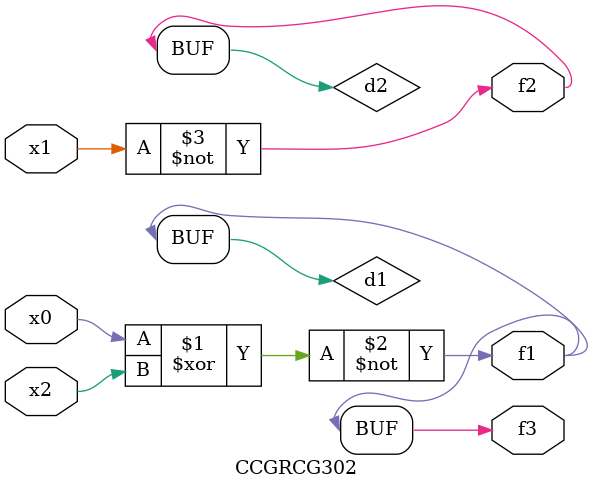
<source format=v>
module CCGRCG302(
	input x0, x1, x2,
	output f1, f2, f3
);

	wire d1, d2, d3;

	xnor (d1, x0, x2);
	nand (d2, x1);
	nor (d3, x1, x2);
	assign f1 = d1;
	assign f2 = d2;
	assign f3 = d1;
endmodule

</source>
